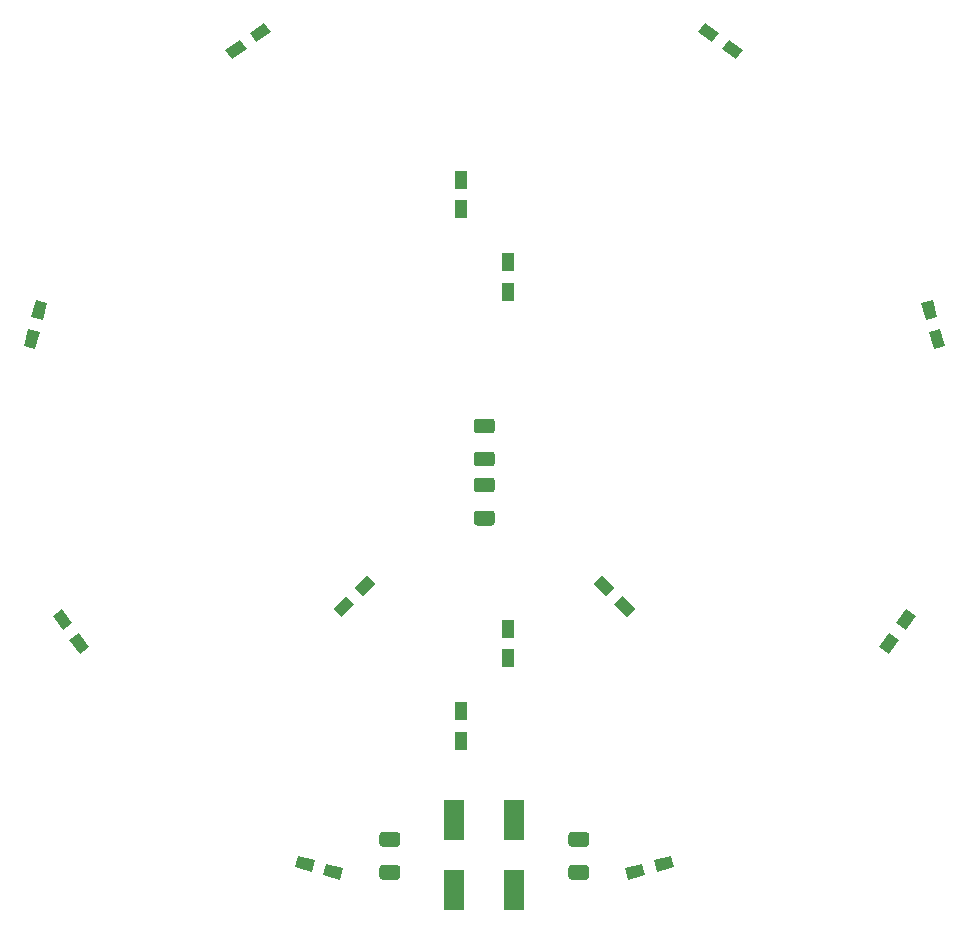
<source format=gbr>
%TF.GenerationSoftware,KiCad,Pcbnew,5.1.7-a382d34a8~88~ubuntu20.04.1*%
%TF.CreationDate,2020-12-13T08:05:22-08:00*%
%TF.ProjectId,peace-sign,70656163-652d-4736-9967-6e2e6b696361,rev?*%
%TF.SameCoordinates,Original*%
%TF.FileFunction,Soldermask,Bot*%
%TF.FilePolarity,Negative*%
%FSLAX46Y46*%
G04 Gerber Fmt 4.6, Leading zero omitted, Abs format (unit mm)*
G04 Created by KiCad (PCBNEW 5.1.7-a382d34a8~88~ubuntu20.04.1) date 2020-12-13 08:05:22*
%MOMM*%
%LPD*%
G01*
G04 APERTURE LIST*
%ADD10R,1.727200X3.454400*%
%ADD11C,0.100000*%
%ADD12R,1.000000X1.500000*%
G04 APERTURE END LIST*
D10*
%TO.C,X1*%
X102540000Y-95917200D03*
X102540000Y-89922800D03*
X97460000Y-95917200D03*
X97460000Y-89922800D03*
%TD*%
%TO.C,R4*%
G36*
G01*
X100625000Y-57225000D02*
X99375000Y-57225000D01*
G75*
G02*
X99125000Y-56975000I0J250000D01*
G01*
X99125000Y-56225000D01*
G75*
G02*
X99375000Y-55975000I250000J0D01*
G01*
X100625000Y-55975000D01*
G75*
G02*
X100875000Y-56225000I0J-250000D01*
G01*
X100875000Y-56975000D01*
G75*
G02*
X100625000Y-57225000I-250000J0D01*
G01*
G37*
G36*
G01*
X100625000Y-60025000D02*
X99375000Y-60025000D01*
G75*
G02*
X99125000Y-59775000I0J250000D01*
G01*
X99125000Y-59025000D01*
G75*
G02*
X99375000Y-58775000I250000J0D01*
G01*
X100625000Y-58775000D01*
G75*
G02*
X100875000Y-59025000I0J-250000D01*
G01*
X100875000Y-59775000D01*
G75*
G02*
X100625000Y-60025000I-250000J0D01*
G01*
G37*
%TD*%
%TO.C,R3*%
G36*
G01*
X92625000Y-92225000D02*
X91375000Y-92225000D01*
G75*
G02*
X91125000Y-91975000I0J250000D01*
G01*
X91125000Y-91225000D01*
G75*
G02*
X91375000Y-90975000I250000J0D01*
G01*
X92625000Y-90975000D01*
G75*
G02*
X92875000Y-91225000I0J-250000D01*
G01*
X92875000Y-91975000D01*
G75*
G02*
X92625000Y-92225000I-250000J0D01*
G01*
G37*
G36*
G01*
X92625000Y-95025000D02*
X91375000Y-95025000D01*
G75*
G02*
X91125000Y-94775000I0J250000D01*
G01*
X91125000Y-94025000D01*
G75*
G02*
X91375000Y-93775000I250000J0D01*
G01*
X92625000Y-93775000D01*
G75*
G02*
X92875000Y-94025000I0J-250000D01*
G01*
X92875000Y-94775000D01*
G75*
G02*
X92625000Y-95025000I-250000J0D01*
G01*
G37*
%TD*%
%TO.C,R2*%
G36*
G01*
X108625000Y-92225000D02*
X107375000Y-92225000D01*
G75*
G02*
X107125000Y-91975000I0J250000D01*
G01*
X107125000Y-91225000D01*
G75*
G02*
X107375000Y-90975000I250000J0D01*
G01*
X108625000Y-90975000D01*
G75*
G02*
X108875000Y-91225000I0J-250000D01*
G01*
X108875000Y-91975000D01*
G75*
G02*
X108625000Y-92225000I-250000J0D01*
G01*
G37*
G36*
G01*
X108625000Y-95025000D02*
X107375000Y-95025000D01*
G75*
G02*
X107125000Y-94775000I0J250000D01*
G01*
X107125000Y-94025000D01*
G75*
G02*
X107375000Y-93775000I250000J0D01*
G01*
X108625000Y-93775000D01*
G75*
G02*
X108875000Y-94025000I0J-250000D01*
G01*
X108875000Y-94775000D01*
G75*
G02*
X108625000Y-95025000I-250000J0D01*
G01*
G37*
%TD*%
%TO.C,R1*%
G36*
G01*
X99375000Y-63775000D02*
X100625000Y-63775000D01*
G75*
G02*
X100875000Y-64025000I0J-250000D01*
G01*
X100875000Y-64775000D01*
G75*
G02*
X100625000Y-65025000I-250000J0D01*
G01*
X99375000Y-65025000D01*
G75*
G02*
X99125000Y-64775000I0J250000D01*
G01*
X99125000Y-64025000D01*
G75*
G02*
X99375000Y-63775000I250000J0D01*
G01*
G37*
G36*
G01*
X99375000Y-60975000D02*
X100625000Y-60975000D01*
G75*
G02*
X100875000Y-61225000I0J-250000D01*
G01*
X100875000Y-61975000D01*
G75*
G02*
X100625000Y-62225000I-250000J0D01*
G01*
X99375000Y-62225000D01*
G75*
G02*
X99125000Y-61975000I0J250000D01*
G01*
X99125000Y-61225000D01*
G75*
G02*
X99375000Y-60975000I250000J0D01*
G01*
G37*
%TD*%
D11*
%TO.C,D1*%
G36*
X110292894Y-71000000D02*
G01*
X109232234Y-69939340D01*
X109939340Y-69232234D01*
X111000000Y-70292894D01*
X110292894Y-71000000D01*
G37*
G36*
X112060660Y-72767766D02*
G01*
X111000000Y-71707106D01*
X111707106Y-71000000D01*
X112767766Y-72060660D01*
X112060660Y-72767766D01*
G37*
%TD*%
%TO.C,D13*%
G36*
X89000000Y-71707106D02*
G01*
X87939340Y-72767766D01*
X87232234Y-72060660D01*
X88292894Y-71000000D01*
X89000000Y-71707106D01*
G37*
G36*
X90767766Y-69939340D02*
G01*
X89707106Y-71000000D01*
X89000000Y-70292894D01*
X90060660Y-69232234D01*
X90767766Y-69939340D01*
G37*
%TD*%
%TO.C,D12*%
G36*
X80122788Y-23303635D02*
G01*
X81351516Y-22443271D01*
X81925092Y-23262423D01*
X80696364Y-24122787D01*
X80122788Y-23303635D01*
G37*
G36*
X78074908Y-24737577D02*
G01*
X79303636Y-23877213D01*
X79877212Y-24696365D01*
X78648484Y-25556729D01*
X78074908Y-24737577D01*
G37*
%TD*%
%TO.C,D11*%
G36*
X61646447Y-47387628D02*
G01*
X62034675Y-45938739D01*
X63000601Y-46197558D01*
X62612373Y-47646447D01*
X61646447Y-47387628D01*
G37*
G36*
X60999399Y-49802442D02*
G01*
X61387627Y-48353553D01*
X62353553Y-48612372D01*
X61965325Y-50061261D01*
X60999399Y-49802442D01*
G37*
%TD*%
%TO.C,D10*%
G36*
X64303635Y-73877212D02*
G01*
X63443271Y-72648484D01*
X64262423Y-72074908D01*
X65122787Y-73303636D01*
X64303635Y-73877212D01*
G37*
G36*
X65737577Y-75925092D02*
G01*
X64877213Y-74696364D01*
X65696365Y-74122788D01*
X66556729Y-75351516D01*
X65737577Y-75925092D01*
G37*
%TD*%
%TO.C,D9*%
G36*
X85387628Y-94353553D02*
G01*
X83938739Y-93965325D01*
X84197558Y-92999399D01*
X85646447Y-93387627D01*
X85387628Y-94353553D01*
G37*
G36*
X87802442Y-95000601D02*
G01*
X86353553Y-94612373D01*
X86612372Y-93646447D01*
X88061261Y-94034675D01*
X87802442Y-95000601D01*
G37*
%TD*%
%TO.C,D8*%
G36*
X113646447Y-94612373D02*
G01*
X112197558Y-95000601D01*
X111938739Y-94034675D01*
X113387628Y-93646447D01*
X113646447Y-94612373D01*
G37*
G36*
X116061261Y-93965325D02*
G01*
X114612372Y-94353553D01*
X114353553Y-93387627D01*
X115802442Y-92999399D01*
X116061261Y-93965325D01*
G37*
%TD*%
%TO.C,D7*%
G36*
X135122787Y-74696364D02*
G01*
X134262423Y-75925092D01*
X133443271Y-75351516D01*
X134303635Y-74122788D01*
X135122787Y-74696364D01*
G37*
G36*
X136556729Y-72648484D02*
G01*
X135696365Y-73877212D01*
X134877213Y-73303636D01*
X135737577Y-72074908D01*
X136556729Y-72648484D01*
G37*
%TD*%
%TO.C,D6*%
G36*
X138612373Y-48353553D02*
G01*
X139000601Y-49802442D01*
X138034675Y-50061261D01*
X137646447Y-48612372D01*
X138612373Y-48353553D01*
G37*
G36*
X137965325Y-45938739D02*
G01*
X138353553Y-47387628D01*
X137387627Y-47646447D01*
X136999399Y-46197558D01*
X137965325Y-45938739D01*
G37*
%TD*%
%TO.C,D5*%
G36*
X120696364Y-23877213D02*
G01*
X121925092Y-24737577D01*
X121351516Y-25556729D01*
X120122788Y-24696365D01*
X120696364Y-23877213D01*
G37*
G36*
X118648484Y-22443271D02*
G01*
X119877212Y-23303635D01*
X119303636Y-24122787D01*
X118074908Y-23262423D01*
X118648484Y-22443271D01*
G37*
%TD*%
D12*
%TO.C,D4*%
X102000000Y-76250000D03*
X102000000Y-73750000D03*
%TD*%
%TO.C,D3*%
X98000000Y-35750000D03*
X98000000Y-38250000D03*
%TD*%
%TO.C,D2*%
X102000000Y-45250000D03*
X102000000Y-42750000D03*
%TD*%
%TO.C,D14*%
X98000000Y-80750000D03*
X98000000Y-83250000D03*
%TD*%
M02*

</source>
